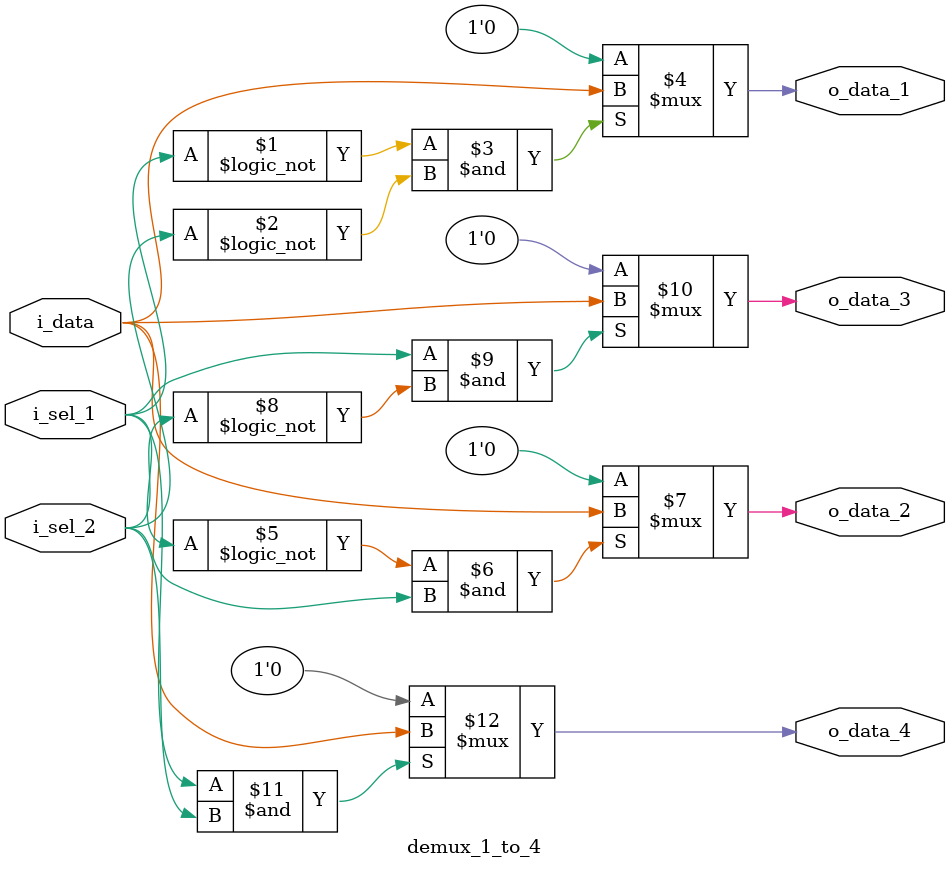
<source format=v>
module demux_1_to_4 
   (input  i_data,
    input  i_sel_1,
    input  i_sel_2,
    output o_data_1,
    output o_data_2,
    output o_data_3,
    output o_data_4);

   assign o_data_1 = !i_sel_1 & !i_sel_2 ? i_data : 1'b0;
   assign o_data_2 = !i_sel_1 & i_sel_2 ? i_data : 1'b0;
   assign o_data_3 = i_sel_1 & !i_sel_2 ? i_data : 1'b0;
   assign o_data_4 = i_sel_1 & i_sel_2 ? i_data : 1'b0;

 
endmodule
</source>
